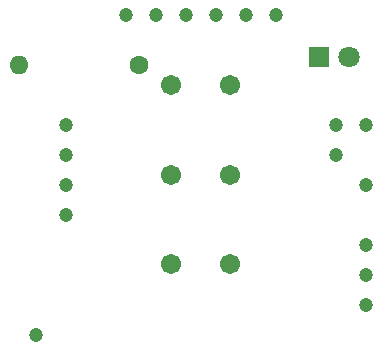
<source format=gbr>
%TF.GenerationSoftware,KiCad,Pcbnew,9.0.1*%
%TF.CreationDate,2025-06-15T21:57:09+03:00*%
%TF.ProjectId,mp3_player,6d70335f-706c-4617-9965-722e6b696361,rev?*%
%TF.SameCoordinates,Original*%
%TF.FileFunction,Soldermask,Top*%
%TF.FilePolarity,Negative*%
%FSLAX46Y46*%
G04 Gerber Fmt 4.6, Leading zero omitted, Abs format (unit mm)*
G04 Created by KiCad (PCBNEW 9.0.1) date 2025-06-15 21:57:09*
%MOMM*%
%LPD*%
G01*
G04 APERTURE LIST*
%ADD10C,1.200000*%
%ADD11C,1.712000*%
%ADD12C,1.600000*%
%ADD13O,1.600000X1.600000*%
%ADD14R,1.800000X1.800000*%
%ADD15C,1.800000*%
G04 APERTURE END LIST*
D10*
%TO.C,U3*%
X61061694Y-43099532D03*
X35661694Y-58339532D03*
X61061694Y-40559532D03*
X38201694Y-40559532D03*
X63601694Y-50719532D03*
X63601694Y-55799532D03*
X63601694Y-53259532D03*
X63601694Y-45639532D03*
X63601694Y-40559532D03*
X38201694Y-48179532D03*
X38228604Y-45658652D03*
X38201694Y-43099532D03*
%TD*%
D11*
%TO.C,SW2*%
X47100847Y-52349766D03*
X52100847Y-52349766D03*
%TD*%
%TO.C,SW3*%
X47100847Y-37249766D03*
X52100847Y-37249766D03*
%TD*%
D12*
%TO.C,R1*%
X44345847Y-35500914D03*
D13*
X34185847Y-35500914D03*
%TD*%
D11*
%TO.C,SW1*%
X47100847Y-44799766D03*
X52100847Y-44799766D03*
%TD*%
D14*
%TO.C,D1*%
X59600847Y-34799766D03*
D15*
X62140847Y-34799766D03*
%TD*%
D10*
%TO.C,U1*%
X43250847Y-31299766D03*
X45790847Y-31299766D03*
X48330847Y-31299766D03*
X50870847Y-31299766D03*
X53410847Y-31299766D03*
X55950847Y-31299766D03*
%TD*%
M02*

</source>
